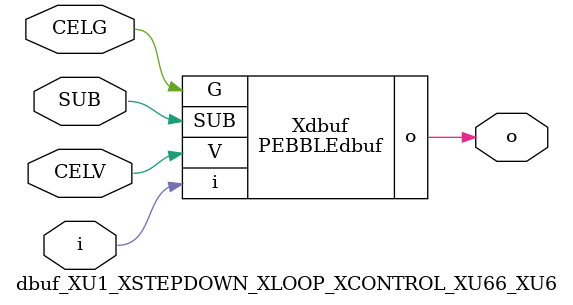
<source format=v>



module PEBBLEdbuf ( o, G, SUB, V, i );

  input V;
  input i;
  input G;
  output o;
  input SUB;
endmodule

//Celera Confidential Do Not Copy dbuf_XU1_XSTEPDOWN_XLOOP_XCONTROL_XU66_XU6
//Celera Confidential Symbol Generator
//Digital Buffer
module dbuf_XU1_XSTEPDOWN_XLOOP_XCONTROL_XU66_XU6 (CELV,CELG,i,o,SUB);
input CELV;
input CELG;
input i;
input SUB;
output o;

//Celera Confidential Do Not Copy dbuf
PEBBLEdbuf Xdbuf(
.V (CELV),
.i (i),
.o (o),
.SUB (SUB),
.G (CELG)
);
//,diesize,PEBBLEdbuf

//Celera Confidential Do Not Copy Module End
//Celera Schematic Generator
endmodule

</source>
